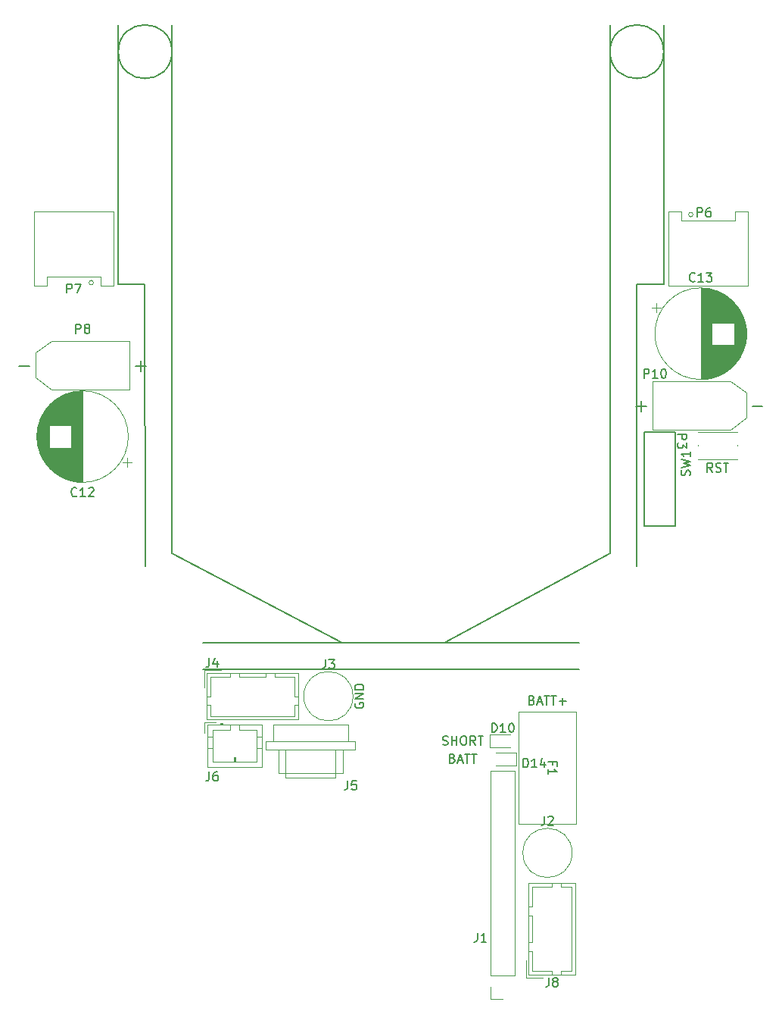
<source format=gbr>
G04 #@! TF.GenerationSoftware,KiCad,Pcbnew,(6.0.8)*
G04 #@! TF.CreationDate,2022-10-28T20:08:31+09:00*
G04 #@! TF.ProjectId,ORION_boost_v2,4f52494f-4e5f-4626-9f6f-73745f76322e,rev?*
G04 #@! TF.SameCoordinates,Original*
G04 #@! TF.FileFunction,Legend,Top*
G04 #@! TF.FilePolarity,Positive*
%FSLAX46Y46*%
G04 Gerber Fmt 4.6, Leading zero omitted, Abs format (unit mm)*
G04 Created by KiCad (PCBNEW (6.0.8)) date 2022-10-28 20:08:31*
%MOMM*%
%LPD*%
G01*
G04 APERTURE LIST*
%ADD10C,0.150000*%
%ADD11C,0.120000*%
%ADD12C,0.200000*%
G04 APERTURE END LIST*
D10*
X100500000Y-109000000D02*
X100500000Y-50000000D01*
X104000000Y-119000000D02*
X146000000Y-119000000D01*
X149500000Y-50000000D02*
X149500000Y-109000000D01*
X155500000Y-79000000D02*
X152500000Y-79000000D01*
X146000000Y-122000000D02*
X104000000Y-122000000D01*
X100500000Y-53000000D02*
G75*
G03*
X100500000Y-53000000I-3000000J0D01*
G01*
X155500000Y-53000000D02*
G75*
G03*
X155500000Y-53000000I-3000000J0D01*
G01*
X97460000Y-79000000D02*
X97500000Y-110500000D01*
X94460000Y-79000000D02*
X97460000Y-79000000D01*
X155500000Y-79000000D02*
X155500000Y-50000000D01*
X119500000Y-119000000D02*
X100500000Y-109000000D01*
X131000000Y-119000000D02*
X149500000Y-109000000D01*
X94500000Y-50000000D02*
X94460000Y-79000000D01*
X152500000Y-79000000D02*
X152500000Y-110500000D01*
X140761904Y-125428571D02*
X140904761Y-125476190D01*
X140952380Y-125523809D01*
X141000000Y-125619047D01*
X141000000Y-125761904D01*
X140952380Y-125857142D01*
X140904761Y-125904761D01*
X140809523Y-125952380D01*
X140428571Y-125952380D01*
X140428571Y-124952380D01*
X140761904Y-124952380D01*
X140857142Y-125000000D01*
X140904761Y-125047619D01*
X140952380Y-125142857D01*
X140952380Y-125238095D01*
X140904761Y-125333333D01*
X140857142Y-125380952D01*
X140761904Y-125428571D01*
X140428571Y-125428571D01*
X141380952Y-125666666D02*
X141857142Y-125666666D01*
X141285714Y-125952380D02*
X141619047Y-124952380D01*
X141952380Y-125952380D01*
X142142857Y-124952380D02*
X142714285Y-124952380D01*
X142428571Y-125952380D02*
X142428571Y-124952380D01*
X142904761Y-124952380D02*
X143476190Y-124952380D01*
X143190476Y-125952380D02*
X143190476Y-124952380D01*
X143809523Y-125571428D02*
X144571428Y-125571428D01*
X144190476Y-125952380D02*
X144190476Y-125190476D01*
X160952380Y-99952380D02*
X160619047Y-99476190D01*
X160380952Y-99952380D02*
X160380952Y-98952380D01*
X160761904Y-98952380D01*
X160857142Y-99000000D01*
X160904761Y-99047619D01*
X160952380Y-99142857D01*
X160952380Y-99285714D01*
X160904761Y-99380952D01*
X160857142Y-99428571D01*
X160761904Y-99476190D01*
X160380952Y-99476190D01*
X161333333Y-99904761D02*
X161476190Y-99952380D01*
X161714285Y-99952380D01*
X161809523Y-99904761D01*
X161857142Y-99857142D01*
X161904761Y-99761904D01*
X161904761Y-99666666D01*
X161857142Y-99571428D01*
X161809523Y-99523809D01*
X161714285Y-99476190D01*
X161523809Y-99428571D01*
X161428571Y-99380952D01*
X161380952Y-99333333D01*
X161333333Y-99238095D01*
X161333333Y-99142857D01*
X161380952Y-99047619D01*
X161428571Y-99000000D01*
X161523809Y-98952380D01*
X161761904Y-98952380D01*
X161904761Y-99000000D01*
X162190476Y-98952380D02*
X162761904Y-98952380D01*
X162476190Y-99952380D02*
X162476190Y-98952380D01*
X131880952Y-131928571D02*
X132023809Y-131976190D01*
X132071428Y-132023809D01*
X132119047Y-132119047D01*
X132119047Y-132261904D01*
X132071428Y-132357142D01*
X132023809Y-132404761D01*
X131928571Y-132452380D01*
X131547619Y-132452380D01*
X131547619Y-131452380D01*
X131880952Y-131452380D01*
X131976190Y-131500000D01*
X132023809Y-131547619D01*
X132071428Y-131642857D01*
X132071428Y-131738095D01*
X132023809Y-131833333D01*
X131976190Y-131880952D01*
X131880952Y-131928571D01*
X131547619Y-131928571D01*
X132500000Y-132166666D02*
X132976190Y-132166666D01*
X132404761Y-132452380D02*
X132738095Y-131452380D01*
X133071428Y-132452380D01*
X133261904Y-131452380D02*
X133833333Y-131452380D01*
X133547619Y-132452380D02*
X133547619Y-131452380D01*
X134023809Y-131452380D02*
X134595238Y-131452380D01*
X134309523Y-132452380D02*
X134309523Y-131452380D01*
X130785714Y-130404761D02*
X130928571Y-130452380D01*
X131166666Y-130452380D01*
X131261904Y-130404761D01*
X131309523Y-130357142D01*
X131357142Y-130261904D01*
X131357142Y-130166666D01*
X131309523Y-130071428D01*
X131261904Y-130023809D01*
X131166666Y-129976190D01*
X130976190Y-129928571D01*
X130880952Y-129880952D01*
X130833333Y-129833333D01*
X130785714Y-129738095D01*
X130785714Y-129642857D01*
X130833333Y-129547619D01*
X130880952Y-129500000D01*
X130976190Y-129452380D01*
X131214285Y-129452380D01*
X131357142Y-129500000D01*
X131785714Y-130452380D02*
X131785714Y-129452380D01*
X131785714Y-129928571D02*
X132357142Y-129928571D01*
X132357142Y-130452380D02*
X132357142Y-129452380D01*
X133023809Y-129452380D02*
X133214285Y-129452380D01*
X133309523Y-129500000D01*
X133404761Y-129595238D01*
X133452380Y-129785714D01*
X133452380Y-130119047D01*
X133404761Y-130309523D01*
X133309523Y-130404761D01*
X133214285Y-130452380D01*
X133023809Y-130452380D01*
X132928571Y-130404761D01*
X132833333Y-130309523D01*
X132785714Y-130119047D01*
X132785714Y-129785714D01*
X132833333Y-129595238D01*
X132928571Y-129500000D01*
X133023809Y-129452380D01*
X134452380Y-130452380D02*
X134119047Y-129976190D01*
X133880952Y-130452380D02*
X133880952Y-129452380D01*
X134261904Y-129452380D01*
X134357142Y-129500000D01*
X134404761Y-129547619D01*
X134452380Y-129642857D01*
X134452380Y-129785714D01*
X134404761Y-129880952D01*
X134357142Y-129928571D01*
X134261904Y-129976190D01*
X133880952Y-129976190D01*
X134738095Y-129452380D02*
X135309523Y-129452380D01*
X135023809Y-130452380D02*
X135023809Y-129452380D01*
X121000000Y-125761904D02*
X120952380Y-125857142D01*
X120952380Y-126000000D01*
X121000000Y-126142857D01*
X121095238Y-126238095D01*
X121190476Y-126285714D01*
X121380952Y-126333333D01*
X121523809Y-126333333D01*
X121714285Y-126285714D01*
X121809523Y-126238095D01*
X121904761Y-126142857D01*
X121952380Y-126000000D01*
X121952380Y-125904761D01*
X121904761Y-125761904D01*
X121857142Y-125714285D01*
X121523809Y-125714285D01*
X121523809Y-125904761D01*
X121952380Y-125285714D02*
X120952380Y-125285714D01*
X121952380Y-124714285D01*
X120952380Y-124714285D01*
X121952380Y-124238095D02*
X120952380Y-124238095D01*
X120952380Y-124000000D01*
X121000000Y-123857142D01*
X121095238Y-123761904D01*
X121190476Y-123714285D01*
X121380952Y-123666666D01*
X121523809Y-123666666D01*
X121714285Y-123714285D01*
X121809523Y-123761904D01*
X121904761Y-123857142D01*
X121952380Y-124000000D01*
X121952380Y-124238095D01*
X159261904Y-71452380D02*
X159261904Y-70452380D01*
X159642857Y-70452380D01*
X159738095Y-70500000D01*
X159785714Y-70547619D01*
X159833333Y-70642857D01*
X159833333Y-70785714D01*
X159785714Y-70880952D01*
X159738095Y-70928571D01*
X159642857Y-70976190D01*
X159261904Y-70976190D01*
X160690476Y-70452380D02*
X160500000Y-70452380D01*
X160404761Y-70500000D01*
X160357142Y-70547619D01*
X160261904Y-70690476D01*
X160214285Y-70880952D01*
X160214285Y-71261904D01*
X160261904Y-71357142D01*
X160309523Y-71404761D01*
X160404761Y-71452380D01*
X160595238Y-71452380D01*
X160690476Y-71404761D01*
X160738095Y-71357142D01*
X160785714Y-71261904D01*
X160785714Y-71023809D01*
X160738095Y-70928571D01*
X160690476Y-70880952D01*
X160595238Y-70833333D01*
X160404761Y-70833333D01*
X160309523Y-70880952D01*
X160261904Y-70928571D01*
X160214285Y-71023809D01*
X89761904Y-84452380D02*
X89761904Y-83452380D01*
X90142857Y-83452380D01*
X90238095Y-83500000D01*
X90285714Y-83547619D01*
X90333333Y-83642857D01*
X90333333Y-83785714D01*
X90285714Y-83880952D01*
X90238095Y-83928571D01*
X90142857Y-83976190D01*
X89761904Y-83976190D01*
X90904761Y-83880952D02*
X90809523Y-83833333D01*
X90761904Y-83785714D01*
X90714285Y-83690476D01*
X90714285Y-83642857D01*
X90761904Y-83547619D01*
X90809523Y-83500000D01*
X90904761Y-83452380D01*
X91095238Y-83452380D01*
X91190476Y-83500000D01*
X91238095Y-83547619D01*
X91285714Y-83642857D01*
X91285714Y-83690476D01*
X91238095Y-83785714D01*
X91190476Y-83833333D01*
X91095238Y-83880952D01*
X90904761Y-83880952D01*
X90809523Y-83928571D01*
X90761904Y-83976190D01*
X90714285Y-84071428D01*
X90714285Y-84261904D01*
X90761904Y-84357142D01*
X90809523Y-84404761D01*
X90904761Y-84452380D01*
X91095238Y-84452380D01*
X91190476Y-84404761D01*
X91238095Y-84357142D01*
X91285714Y-84261904D01*
X91285714Y-84071428D01*
X91238095Y-83976190D01*
X91190476Y-83928571D01*
X91095238Y-83880952D01*
X96428571Y-88107142D02*
X97571428Y-88107142D01*
X97000000Y-88678571D02*
X97000000Y-87535714D01*
X83428571Y-88107142D02*
X84571428Y-88107142D01*
X104666666Y-120752380D02*
X104666666Y-121466666D01*
X104619047Y-121609523D01*
X104523809Y-121704761D01*
X104380952Y-121752380D01*
X104285714Y-121752380D01*
X105571428Y-121085714D02*
X105571428Y-121752380D01*
X105333333Y-120704761D02*
X105095238Y-121419047D01*
X105714285Y-121419047D01*
X142666666Y-156452380D02*
X142666666Y-157166666D01*
X142619047Y-157309523D01*
X142523809Y-157404761D01*
X142380952Y-157452380D01*
X142285714Y-157452380D01*
X143285714Y-156880952D02*
X143190476Y-156833333D01*
X143142857Y-156785714D01*
X143095238Y-156690476D01*
X143095238Y-156642857D01*
X143142857Y-156547619D01*
X143190476Y-156500000D01*
X143285714Y-156452380D01*
X143476190Y-156452380D01*
X143571428Y-156500000D01*
X143619047Y-156547619D01*
X143666666Y-156642857D01*
X143666666Y-156690476D01*
X143619047Y-156785714D01*
X143571428Y-156833333D01*
X143476190Y-156880952D01*
X143285714Y-156880952D01*
X143190476Y-156928571D01*
X143142857Y-156976190D01*
X143095238Y-157071428D01*
X143095238Y-157261904D01*
X143142857Y-157357142D01*
X143190476Y-157404761D01*
X143285714Y-157452380D01*
X143476190Y-157452380D01*
X143571428Y-157404761D01*
X143619047Y-157357142D01*
X143666666Y-157261904D01*
X143666666Y-157071428D01*
X143619047Y-156976190D01*
X143571428Y-156928571D01*
X143476190Y-156880952D01*
X134666666Y-151452380D02*
X134666666Y-152166666D01*
X134619047Y-152309523D01*
X134523809Y-152404761D01*
X134380952Y-152452380D01*
X134285714Y-152452380D01*
X135666666Y-152452380D02*
X135095238Y-152452380D01*
X135380952Y-152452380D02*
X135380952Y-151452380D01*
X135285714Y-151595238D01*
X135190476Y-151690476D01*
X135095238Y-151738095D01*
X142166666Y-138404380D02*
X142166666Y-139118666D01*
X142119047Y-139261523D01*
X142023809Y-139356761D01*
X141880952Y-139404380D01*
X141785714Y-139404380D01*
X142595238Y-138499619D02*
X142642857Y-138452000D01*
X142738095Y-138404380D01*
X142976190Y-138404380D01*
X143071428Y-138452000D01*
X143119047Y-138499619D01*
X143166666Y-138594857D01*
X143166666Y-138690095D01*
X143119047Y-138832952D01*
X142547619Y-139404380D01*
X143166666Y-139404380D01*
X139785714Y-132952380D02*
X139785714Y-131952380D01*
X140023809Y-131952380D01*
X140166666Y-132000000D01*
X140261904Y-132095238D01*
X140309523Y-132190476D01*
X140357142Y-132380952D01*
X140357142Y-132523809D01*
X140309523Y-132714285D01*
X140261904Y-132809523D01*
X140166666Y-132904761D01*
X140023809Y-132952380D01*
X139785714Y-132952380D01*
X141309523Y-132952380D02*
X140738095Y-132952380D01*
X141023809Y-132952380D02*
X141023809Y-131952380D01*
X140928571Y-132095238D01*
X140833333Y-132190476D01*
X140738095Y-132238095D01*
X142166666Y-132285714D02*
X142166666Y-132952380D01*
X141928571Y-131904761D02*
X141690476Y-132619047D01*
X142309523Y-132619047D01*
X153285714Y-89452380D02*
X153285714Y-88452380D01*
X153666666Y-88452380D01*
X153761904Y-88500000D01*
X153809523Y-88547619D01*
X153857142Y-88642857D01*
X153857142Y-88785714D01*
X153809523Y-88880952D01*
X153761904Y-88928571D01*
X153666666Y-88976190D01*
X153285714Y-88976190D01*
X154809523Y-89452380D02*
X154238095Y-89452380D01*
X154523809Y-89452380D02*
X154523809Y-88452380D01*
X154428571Y-88595238D01*
X154333333Y-88690476D01*
X154238095Y-88738095D01*
X155428571Y-88452380D02*
X155523809Y-88452380D01*
X155619047Y-88500000D01*
X155666666Y-88547619D01*
X155714285Y-88642857D01*
X155761904Y-88833333D01*
X155761904Y-89071428D01*
X155714285Y-89261904D01*
X155666666Y-89357142D01*
X155619047Y-89404761D01*
X155523809Y-89452380D01*
X155428571Y-89452380D01*
X155333333Y-89404761D01*
X155285714Y-89357142D01*
X155238095Y-89261904D01*
X155190476Y-89071428D01*
X155190476Y-88833333D01*
X155238095Y-88642857D01*
X155285714Y-88547619D01*
X155333333Y-88500000D01*
X155428571Y-88452380D01*
X165428571Y-92607142D02*
X166571428Y-92607142D01*
X152428571Y-92607142D02*
X153571428Y-92607142D01*
X153000000Y-93178571D02*
X153000000Y-92035714D01*
X143071428Y-132666666D02*
X143071428Y-132333333D01*
X142547619Y-132333333D02*
X143547619Y-132333333D01*
X143547619Y-132809523D01*
X142547619Y-133714285D02*
X142547619Y-133142857D01*
X142547619Y-133428571D02*
X143547619Y-133428571D01*
X143404761Y-133333333D01*
X143309523Y-133238095D01*
X143261904Y-133142857D01*
X136285714Y-129022380D02*
X136285714Y-128022380D01*
X136523809Y-128022380D01*
X136666666Y-128070000D01*
X136761904Y-128165238D01*
X136809523Y-128260476D01*
X136857142Y-128450952D01*
X136857142Y-128593809D01*
X136809523Y-128784285D01*
X136761904Y-128879523D01*
X136666666Y-128974761D01*
X136523809Y-129022380D01*
X136285714Y-129022380D01*
X137809523Y-129022380D02*
X137238095Y-129022380D01*
X137523809Y-129022380D02*
X137523809Y-128022380D01*
X137428571Y-128165238D01*
X137333333Y-128260476D01*
X137238095Y-128308095D01*
X138428571Y-128022380D02*
X138523809Y-128022380D01*
X138619047Y-128070000D01*
X138666666Y-128117619D01*
X138714285Y-128212857D01*
X138761904Y-128403333D01*
X138761904Y-128641428D01*
X138714285Y-128831904D01*
X138666666Y-128927142D01*
X138619047Y-128974761D01*
X138523809Y-129022380D01*
X138428571Y-129022380D01*
X138333333Y-128974761D01*
X138285714Y-128927142D01*
X138238095Y-128831904D01*
X138190476Y-128641428D01*
X138190476Y-128403333D01*
X138238095Y-128212857D01*
X138285714Y-128117619D01*
X138333333Y-128070000D01*
X138428571Y-128022380D01*
X117666666Y-120904380D02*
X117666666Y-121618666D01*
X117619047Y-121761523D01*
X117523809Y-121856761D01*
X117380952Y-121904380D01*
X117285714Y-121904380D01*
X118047619Y-120904380D02*
X118666666Y-120904380D01*
X118333333Y-121285333D01*
X118476190Y-121285333D01*
X118571428Y-121332952D01*
X118619047Y-121380571D01*
X118666666Y-121475809D01*
X118666666Y-121713904D01*
X118619047Y-121809142D01*
X118571428Y-121856761D01*
X118476190Y-121904380D01*
X118190476Y-121904380D01*
X118095238Y-121856761D01*
X118047619Y-121809142D01*
X158989465Y-78607142D02*
X158941846Y-78654761D01*
X158798989Y-78702380D01*
X158703751Y-78702380D01*
X158560894Y-78654761D01*
X158465656Y-78559523D01*
X158418037Y-78464285D01*
X158370418Y-78273809D01*
X158370418Y-78130952D01*
X158418037Y-77940476D01*
X158465656Y-77845238D01*
X158560894Y-77750000D01*
X158703751Y-77702380D01*
X158798989Y-77702380D01*
X158941846Y-77750000D01*
X158989465Y-77797619D01*
X159941846Y-78702380D02*
X159370418Y-78702380D01*
X159656132Y-78702380D02*
X159656132Y-77702380D01*
X159560894Y-77845238D01*
X159465656Y-77940476D01*
X159370418Y-77988095D01*
X160275180Y-77702380D02*
X160894227Y-77702380D01*
X160560894Y-78083333D01*
X160703751Y-78083333D01*
X160798989Y-78130952D01*
X160846608Y-78178571D01*
X160894227Y-78273809D01*
X160894227Y-78511904D01*
X160846608Y-78607142D01*
X160798989Y-78654761D01*
X160703751Y-78702380D01*
X160418037Y-78702380D01*
X160322799Y-78654761D01*
X160275180Y-78607142D01*
X88761904Y-79952380D02*
X88761904Y-78952380D01*
X89142857Y-78952380D01*
X89238095Y-79000000D01*
X89285714Y-79047619D01*
X89333333Y-79142857D01*
X89333333Y-79285714D01*
X89285714Y-79380952D01*
X89238095Y-79428571D01*
X89142857Y-79476190D01*
X88761904Y-79476190D01*
X89666666Y-78952380D02*
X90333333Y-78952380D01*
X89904761Y-79952380D01*
X89857142Y-102607142D02*
X89809523Y-102654761D01*
X89666666Y-102702380D01*
X89571428Y-102702380D01*
X89428571Y-102654761D01*
X89333333Y-102559523D01*
X89285714Y-102464285D01*
X89238095Y-102273809D01*
X89238095Y-102130952D01*
X89285714Y-101940476D01*
X89333333Y-101845238D01*
X89428571Y-101750000D01*
X89571428Y-101702380D01*
X89666666Y-101702380D01*
X89809523Y-101750000D01*
X89857142Y-101797619D01*
X90809523Y-102702380D02*
X90238095Y-102702380D01*
X90523809Y-102702380D02*
X90523809Y-101702380D01*
X90428571Y-101845238D01*
X90333333Y-101940476D01*
X90238095Y-101988095D01*
X91190476Y-101797619D02*
X91238095Y-101750000D01*
X91333333Y-101702380D01*
X91571428Y-101702380D01*
X91666666Y-101750000D01*
X91714285Y-101797619D01*
X91761904Y-101892857D01*
X91761904Y-101988095D01*
X91714285Y-102130952D01*
X91142857Y-102702380D01*
X91761904Y-102702380D01*
X157047619Y-95761904D02*
X158047619Y-95761904D01*
X158047619Y-96142857D01*
X158000000Y-96238095D01*
X157952380Y-96285714D01*
X157857142Y-96333333D01*
X157714285Y-96333333D01*
X157619047Y-96285714D01*
X157571428Y-96238095D01*
X157523809Y-96142857D01*
X157523809Y-95761904D01*
X158047619Y-96666666D02*
X158047619Y-97285714D01*
X157666666Y-96952380D01*
X157666666Y-97095238D01*
X157619047Y-97190476D01*
X157571428Y-97238095D01*
X157476190Y-97285714D01*
X157238095Y-97285714D01*
X157142857Y-97238095D01*
X157095238Y-97190476D01*
X157047619Y-97095238D01*
X157047619Y-96809523D01*
X157095238Y-96714285D01*
X157142857Y-96666666D01*
X120166666Y-134452380D02*
X120166666Y-135166666D01*
X120119047Y-135309523D01*
X120023809Y-135404761D01*
X119880952Y-135452380D01*
X119785714Y-135452380D01*
X121119047Y-134452380D02*
X120642857Y-134452380D01*
X120595238Y-134928571D01*
X120642857Y-134880952D01*
X120738095Y-134833333D01*
X120976190Y-134833333D01*
X121071428Y-134880952D01*
X121119047Y-134928571D01*
X121166666Y-135023809D01*
X121166666Y-135261904D01*
X121119047Y-135357142D01*
X121071428Y-135404761D01*
X120976190Y-135452380D01*
X120738095Y-135452380D01*
X120642857Y-135404761D01*
X120595238Y-135357142D01*
X104666666Y-133452380D02*
X104666666Y-134166666D01*
X104619047Y-134309523D01*
X104523809Y-134404761D01*
X104380952Y-134452380D01*
X104285714Y-134452380D01*
X105571428Y-133452380D02*
X105380952Y-133452380D01*
X105285714Y-133500000D01*
X105238095Y-133547619D01*
X105142857Y-133690476D01*
X105095238Y-133880952D01*
X105095238Y-134261904D01*
X105142857Y-134357142D01*
X105190476Y-134404761D01*
X105285714Y-134452380D01*
X105476190Y-134452380D01*
X105571428Y-134404761D01*
X105619047Y-134357142D01*
X105666666Y-134261904D01*
X105666666Y-134023809D01*
X105619047Y-133928571D01*
X105571428Y-133880952D01*
X105476190Y-133833333D01*
X105285714Y-133833333D01*
X105190476Y-133880952D01*
X105142857Y-133928571D01*
X105095238Y-134023809D01*
X158404761Y-100333333D02*
X158452380Y-100190476D01*
X158452380Y-99952380D01*
X158404761Y-99857142D01*
X158357142Y-99809523D01*
X158261904Y-99761904D01*
X158166666Y-99761904D01*
X158071428Y-99809523D01*
X158023809Y-99857142D01*
X157976190Y-99952380D01*
X157928571Y-100142857D01*
X157880952Y-100238095D01*
X157833333Y-100285714D01*
X157738095Y-100333333D01*
X157642857Y-100333333D01*
X157547619Y-100285714D01*
X157500000Y-100238095D01*
X157452380Y-100142857D01*
X157452380Y-99904761D01*
X157500000Y-99761904D01*
X157452380Y-99428571D02*
X158452380Y-99190476D01*
X157738095Y-99000000D01*
X158452380Y-98809523D01*
X157452380Y-98571428D01*
X158452380Y-97666666D02*
X158452380Y-98238095D01*
X158452380Y-97952380D02*
X157452380Y-97952380D01*
X157595238Y-98047619D01*
X157690476Y-98142857D01*
X157738095Y-98238095D01*
D11*
X156060000Y-70890000D02*
X157480000Y-70890000D01*
X160500000Y-79110000D02*
X164940000Y-79110000D01*
X163520000Y-71840000D02*
X160500000Y-71840000D01*
X163520000Y-70890000D02*
X163520000Y-71840000D01*
X157480000Y-71840000D02*
X160500000Y-71840000D01*
X157480000Y-70890000D02*
X157480000Y-71840000D01*
X164940000Y-79110000D02*
X164940000Y-70890000D01*
X156060000Y-79110000D02*
X156060000Y-70890000D01*
X160500000Y-79110000D02*
X156060000Y-79110000D01*
X164940000Y-70890000D02*
X163520000Y-70890000D01*
X158770000Y-71200000D02*
G75*
G03*
X158770000Y-71200000I-250000J0D01*
G01*
X95710000Y-85290000D02*
X95710000Y-90710000D01*
X85290000Y-86590000D02*
X86990000Y-85290000D01*
X86990000Y-85290000D02*
X95710000Y-85290000D01*
X85290000Y-86590000D02*
X85290000Y-89410000D01*
X86990000Y-90710000D02*
X95710000Y-90710000D01*
X85290000Y-89410000D02*
X86990000Y-90710000D01*
X104400000Y-122400000D02*
X104400000Y-127600000D01*
X104800000Y-125000000D02*
X104800000Y-122800000D01*
X104400000Y-125000000D02*
X104800000Y-125000000D01*
X107000000Y-122800000D02*
X107000000Y-122400000D01*
X111000000Y-122800000D02*
X111000000Y-122400000D01*
X114600000Y-125000000D02*
X114200000Y-125000000D01*
X104400000Y-126000000D02*
X104800000Y-126000000D01*
X104800000Y-122800000D02*
X107000000Y-122800000D01*
X108000000Y-122400000D02*
X108000000Y-122800000D01*
X104090000Y-124000000D02*
X104090000Y-122090000D01*
X114600000Y-122400000D02*
X104400000Y-122400000D01*
X104090000Y-122090000D02*
X106000000Y-122090000D01*
X114200000Y-122800000D02*
X112000000Y-122800000D01*
X114200000Y-126000000D02*
X114600000Y-126000000D01*
X114600000Y-127600000D02*
X114600000Y-122400000D01*
X114200000Y-127200000D02*
X114200000Y-126000000D01*
X108000000Y-122800000D02*
X111000000Y-122800000D01*
X104800000Y-126000000D02*
X104800000Y-127200000D01*
X104800000Y-127200000D02*
X114200000Y-127200000D01*
X114200000Y-125000000D02*
X114200000Y-122800000D01*
X112000000Y-122800000D02*
X112000000Y-122400000D01*
X104400000Y-127600000D02*
X114600000Y-127600000D01*
X144000000Y-146300000D02*
X144000000Y-145900000D01*
X140400000Y-156100000D02*
X145600000Y-156100000D01*
X140090000Y-156410000D02*
X140090000Y-154500000D01*
X143000000Y-145900000D02*
X143000000Y-146300000D01*
X140800000Y-155700000D02*
X140800000Y-153500000D01*
X145200000Y-146300000D02*
X144000000Y-146300000D01*
X140800000Y-149500000D02*
X140400000Y-149500000D01*
X140400000Y-145900000D02*
X140400000Y-156100000D01*
X145200000Y-155700000D02*
X145200000Y-146300000D01*
X143000000Y-155700000D02*
X140800000Y-155700000D01*
X142000000Y-156410000D02*
X140090000Y-156410000D01*
X140400000Y-152500000D02*
X140800000Y-152500000D01*
X145600000Y-156100000D02*
X145600000Y-145900000D01*
X140800000Y-153500000D02*
X140400000Y-153500000D01*
X144000000Y-155700000D02*
X145200000Y-155700000D01*
X140800000Y-148500000D02*
X140400000Y-148500000D01*
X145600000Y-145900000D02*
X140400000Y-145900000D01*
X140800000Y-152500000D02*
X140800000Y-149500000D01*
X143000000Y-146300000D02*
X140800000Y-146300000D01*
X144000000Y-156100000D02*
X144000000Y-155700000D01*
X143000000Y-156100000D02*
X143000000Y-155700000D01*
X140800000Y-146300000D02*
X140800000Y-148500000D01*
X136170000Y-158830000D02*
X136170000Y-157500000D01*
X138830000Y-156230000D02*
X136170000Y-156230000D01*
X138830000Y-156230000D02*
X138830000Y-133310000D01*
X138830000Y-133310000D02*
X136170000Y-133310000D01*
X137500000Y-158830000D02*
X136170000Y-158830000D01*
X136170000Y-156230000D02*
X136170000Y-133310000D01*
X145250000Y-142500000D02*
G75*
G03*
X145250000Y-142500000I-2750000J0D01*
G01*
X138985000Y-132735000D02*
X138985000Y-131265000D01*
X136700000Y-132735000D02*
X138985000Y-132735000D01*
X138985000Y-131265000D02*
X136700000Y-131265000D01*
X164710000Y-91090000D02*
X163010000Y-89790000D01*
X163010000Y-95210000D02*
X154290000Y-95210000D01*
X163010000Y-89790000D02*
X154290000Y-89790000D01*
X164710000Y-93910000D02*
X163010000Y-95210000D01*
X164710000Y-93910000D02*
X164710000Y-91090000D01*
X154290000Y-95210000D02*
X154290000Y-89790000D01*
X145700000Y-126700000D02*
X139300000Y-126700000D01*
X139300000Y-126700000D02*
X139300000Y-139300000D01*
X139300000Y-139300000D02*
X145700000Y-139300000D01*
X145700000Y-139300000D02*
X145700000Y-126700000D01*
X138300000Y-129265000D02*
X136015000Y-129265000D01*
X136015000Y-130735000D02*
X138300000Y-130735000D01*
X136015000Y-129265000D02*
X136015000Y-130735000D01*
X120750000Y-125000000D02*
G75*
G03*
X120750000Y-125000000I-2750000J0D01*
G01*
X162073323Y-80038000D02*
X162073323Y-83259000D01*
X162993323Y-80676000D02*
X162993323Y-83259000D01*
X163153323Y-85741000D02*
X163153323Y-88179000D01*
X160032323Y-79435000D02*
X160032323Y-89565000D01*
X160633323Y-79518000D02*
X160633323Y-89482000D01*
X163153323Y-80821000D02*
X163153323Y-83259000D01*
X161233323Y-79676000D02*
X161233323Y-83259000D01*
X160192323Y-79450000D02*
X160192323Y-89550000D01*
X162273323Y-80153000D02*
X162273323Y-83259000D01*
X164513323Y-82990000D02*
X164513323Y-86010000D01*
X163633323Y-81344000D02*
X163633323Y-87656000D01*
X162513323Y-85741000D02*
X162513323Y-88694000D01*
X163793323Y-81555000D02*
X163793323Y-87445000D01*
X163393323Y-81064000D02*
X163393323Y-87936000D01*
X161353323Y-85741000D02*
X161353323Y-89283000D01*
X161753323Y-85741000D02*
X161753323Y-89121000D01*
X159832323Y-79423000D02*
X159832323Y-89577000D01*
X161793323Y-79897000D02*
X161793323Y-83259000D01*
X163673323Y-81394000D02*
X163673323Y-87606000D01*
X161993323Y-79996000D02*
X161993323Y-83259000D01*
X162393323Y-85741000D02*
X162393323Y-88773000D01*
X164593323Y-83270000D02*
X164593323Y-85730000D01*
X162833323Y-85741000D02*
X162833323Y-88457000D01*
X162193323Y-80105000D02*
X162193323Y-83259000D01*
X161833323Y-85741000D02*
X161833323Y-89084000D01*
X164673323Y-83638000D02*
X164673323Y-85362000D01*
X162753323Y-85741000D02*
X162753323Y-88520000D01*
X160553323Y-79503000D02*
X160553323Y-89497000D01*
X160793323Y-79553000D02*
X160793323Y-89447000D01*
X164713323Y-83901000D02*
X164713323Y-85099000D01*
X162593323Y-85741000D02*
X162593323Y-88638000D01*
X162033323Y-85741000D02*
X162033323Y-88983000D01*
X160473323Y-79489000D02*
X160473323Y-89511000D01*
X163593323Y-81294000D02*
X163593323Y-87706000D01*
X162473323Y-85741000D02*
X162473323Y-88721000D01*
X161593323Y-79810000D02*
X161593323Y-83259000D01*
X161673323Y-85741000D02*
X161673323Y-89157000D01*
X160593323Y-79510000D02*
X160593323Y-89490000D01*
X162113323Y-85741000D02*
X162113323Y-88940000D01*
X163033323Y-80711000D02*
X163033323Y-83259000D01*
X162113323Y-80060000D02*
X162113323Y-83259000D01*
X162713323Y-85741000D02*
X162713323Y-88550000D01*
X163233323Y-85741000D02*
X163233323Y-88101000D01*
X160112323Y-79442000D02*
X160112323Y-89558000D01*
X164633323Y-83438000D02*
X164633323Y-85562000D01*
X161913323Y-79955000D02*
X161913323Y-83259000D01*
X161433323Y-85741000D02*
X161433323Y-89254000D01*
X161713323Y-85741000D02*
X161713323Y-89139000D01*
X160953323Y-85741000D02*
X160953323Y-89407000D01*
X161473323Y-85741000D02*
X161473323Y-89238000D01*
X164153323Y-82135000D02*
X164153323Y-86865000D01*
X161313323Y-85741000D02*
X161313323Y-89297000D01*
X161553323Y-79793000D02*
X161553323Y-83259000D01*
X161513323Y-79777000D02*
X161513323Y-83259000D01*
X162033323Y-80017000D02*
X162033323Y-83259000D01*
X163473323Y-81153000D02*
X163473323Y-87847000D01*
X159912323Y-79427000D02*
X159912323Y-89573000D01*
X160913323Y-79582000D02*
X160913323Y-83259000D01*
X161393323Y-79732000D02*
X161393323Y-83259000D01*
X162393323Y-80227000D02*
X162393323Y-83259000D01*
X161473323Y-79762000D02*
X161473323Y-83259000D01*
X162913323Y-80608000D02*
X162913323Y-83259000D01*
X160673323Y-79526000D02*
X160673323Y-89474000D01*
X161673323Y-79843000D02*
X161673323Y-83259000D01*
X163193323Y-80860000D02*
X163193323Y-83259000D01*
X161993323Y-85741000D02*
X161993323Y-89004000D01*
X160312323Y-79465000D02*
X160312323Y-89535000D01*
X160072323Y-79438000D02*
X160072323Y-89562000D01*
X161913323Y-85741000D02*
X161913323Y-89045000D01*
X161953323Y-85741000D02*
X161953323Y-89025000D01*
X163033323Y-85741000D02*
X163033323Y-88289000D01*
X162153323Y-80083000D02*
X162153323Y-83259000D01*
X159872323Y-79425000D02*
X159872323Y-89575000D01*
X161033323Y-79615000D02*
X161033323Y-83259000D01*
X162593323Y-80362000D02*
X162593323Y-83259000D01*
X164353323Y-82556000D02*
X164353323Y-86444000D01*
X159672323Y-79420000D02*
X159672323Y-89580000D01*
X162793323Y-85741000D02*
X162793323Y-88489000D01*
X160232323Y-79455000D02*
X160232323Y-89545000D01*
X162833323Y-80543000D02*
X162833323Y-83259000D01*
X161873323Y-79936000D02*
X161873323Y-83259000D01*
X163113323Y-80784000D02*
X163113323Y-83259000D01*
X164233323Y-82291000D02*
X164233323Y-86709000D01*
X162433323Y-80253000D02*
X162433323Y-83259000D01*
X161713323Y-79861000D02*
X161713323Y-83259000D01*
X161633323Y-79826000D02*
X161633323Y-83259000D01*
X161513323Y-85741000D02*
X161513323Y-89223000D01*
X161433323Y-79746000D02*
X161433323Y-83259000D01*
X164193323Y-82211000D02*
X164193323Y-86789000D01*
X162473323Y-80279000D02*
X162473323Y-83259000D01*
X162553323Y-80334000D02*
X162553323Y-83259000D01*
X162193323Y-85741000D02*
X162193323Y-88895000D01*
X163073323Y-85741000D02*
X163073323Y-88253000D01*
X162633323Y-80390000D02*
X162633323Y-83259000D01*
X163873323Y-81670000D02*
X163873323Y-87330000D01*
X163833323Y-81611000D02*
X163833323Y-87389000D01*
X161593323Y-85741000D02*
X161593323Y-89190000D01*
X163993323Y-81855000D02*
X163993323Y-87145000D01*
X160713323Y-79535000D02*
X160713323Y-89465000D01*
X161073323Y-85741000D02*
X161073323Y-89374000D01*
X154152677Y-81625000D02*
X155152677Y-81625000D01*
X161153323Y-79650000D02*
X161153323Y-83259000D01*
X159752323Y-79421000D02*
X159752323Y-89579000D01*
X163513323Y-81199000D02*
X163513323Y-87801000D01*
X162873323Y-85741000D02*
X162873323Y-88425000D01*
X163313323Y-85741000D02*
X163313323Y-88020000D01*
X160913323Y-85741000D02*
X160913323Y-89418000D01*
X163953323Y-81791000D02*
X163953323Y-87209000D01*
X160433323Y-79482000D02*
X160433323Y-89518000D01*
X161793323Y-85741000D02*
X161793323Y-89103000D01*
X161273323Y-79689000D02*
X161273323Y-83259000D01*
X162553323Y-85741000D02*
X162553323Y-88666000D01*
X164113323Y-82061000D02*
X164113323Y-86939000D01*
X163113323Y-85741000D02*
X163113323Y-88216000D01*
X162913323Y-85741000D02*
X162913323Y-88392000D01*
X163433323Y-81108000D02*
X163433323Y-87892000D01*
X163753323Y-81500000D02*
X163753323Y-87500000D01*
X160152323Y-79446000D02*
X160152323Y-89554000D01*
X163913323Y-81730000D02*
X163913323Y-87270000D01*
X162273323Y-85741000D02*
X162273323Y-88847000D01*
X164433323Y-82758000D02*
X164433323Y-86242000D01*
X162433323Y-85741000D02*
X162433323Y-88747000D01*
X162233323Y-80129000D02*
X162233323Y-83259000D01*
X161953323Y-79975000D02*
X161953323Y-83259000D01*
X163193323Y-85741000D02*
X163193323Y-88140000D01*
X154652677Y-81125000D02*
X154652677Y-82125000D01*
X159792323Y-79422000D02*
X159792323Y-89578000D01*
X160953323Y-79593000D02*
X160953323Y-83259000D01*
X162633323Y-85741000D02*
X162633323Y-88610000D01*
X161113323Y-85741000D02*
X161113323Y-89362000D01*
X159712323Y-79420000D02*
X159712323Y-89580000D01*
X163273323Y-85741000D02*
X163273323Y-88061000D01*
X161633323Y-85741000D02*
X161633323Y-89174000D01*
X161313323Y-79703000D02*
X161313323Y-83259000D01*
X162313323Y-85741000D02*
X162313323Y-88823000D01*
X161873323Y-85741000D02*
X161873323Y-89064000D01*
X162673323Y-85741000D02*
X162673323Y-88580000D01*
X160753323Y-79544000D02*
X160753323Y-89456000D01*
X163273323Y-80939000D02*
X163273323Y-83259000D01*
X162753323Y-80480000D02*
X162753323Y-83259000D01*
X159632323Y-79420000D02*
X159632323Y-89580000D01*
X161753323Y-79879000D02*
X161753323Y-83259000D01*
X161153323Y-85741000D02*
X161153323Y-89350000D01*
X164393323Y-82654000D02*
X164393323Y-86346000D01*
X159952323Y-79430000D02*
X159952323Y-89570000D01*
X163553323Y-81246000D02*
X163553323Y-87754000D01*
X164553323Y-83122000D02*
X164553323Y-85878000D01*
X161193323Y-85741000D02*
X161193323Y-89337000D01*
X161553323Y-85741000D02*
X161553323Y-89207000D01*
X162673323Y-80420000D02*
X162673323Y-83259000D01*
X162513323Y-80306000D02*
X162513323Y-83259000D01*
X161033323Y-85741000D02*
X161033323Y-89385000D01*
X162353323Y-80202000D02*
X162353323Y-83259000D01*
X162153323Y-85741000D02*
X162153323Y-88917000D01*
X161833323Y-79916000D02*
X161833323Y-83259000D01*
X162073323Y-85741000D02*
X162073323Y-88962000D01*
X164313323Y-82463000D02*
X164313323Y-86537000D01*
X163073323Y-80747000D02*
X163073323Y-83259000D01*
X160833323Y-79562000D02*
X160833323Y-89438000D01*
X163713323Y-81446000D02*
X163713323Y-87554000D01*
X164473323Y-82870000D02*
X164473323Y-86130000D01*
X162873323Y-80575000D02*
X162873323Y-83259000D01*
X161353323Y-79717000D02*
X161353323Y-83259000D01*
X163313323Y-80980000D02*
X163313323Y-83259000D01*
X164073323Y-81990000D02*
X164073323Y-87010000D01*
X159992323Y-79432000D02*
X159992323Y-89568000D01*
X161393323Y-85741000D02*
X161393323Y-89268000D01*
X161233323Y-85741000D02*
X161233323Y-89324000D01*
X162353323Y-85741000D02*
X162353323Y-88798000D01*
X160993323Y-79603000D02*
X160993323Y-83259000D01*
X163233323Y-80899000D02*
X163233323Y-83259000D01*
X162793323Y-80511000D02*
X162793323Y-83259000D01*
X160873323Y-79572000D02*
X160873323Y-89428000D01*
X164273323Y-82375000D02*
X164273323Y-86625000D01*
X160513323Y-79496000D02*
X160513323Y-89504000D01*
X162953323Y-80642000D02*
X162953323Y-83259000D01*
X161273323Y-85741000D02*
X161273323Y-89311000D01*
X164033323Y-81921000D02*
X164033323Y-87079000D01*
X161193323Y-79663000D02*
X161193323Y-83259000D01*
X161113323Y-79638000D02*
X161113323Y-83259000D01*
X162993323Y-85741000D02*
X162993323Y-88324000D01*
X161073323Y-79626000D02*
X161073323Y-83259000D01*
X160393323Y-79476000D02*
X160393323Y-89524000D01*
X162713323Y-80450000D02*
X162713323Y-83259000D01*
X160272323Y-79460000D02*
X160272323Y-89540000D01*
X163353323Y-85741000D02*
X163353323Y-87978000D01*
X162953323Y-85741000D02*
X162953323Y-88358000D01*
X162233323Y-85741000D02*
X162233323Y-88871000D01*
X163353323Y-81022000D02*
X163353323Y-83259000D01*
X160353323Y-79470000D02*
X160353323Y-89530000D01*
X160993323Y-85741000D02*
X160993323Y-89397000D01*
X162313323Y-80177000D02*
X162313323Y-83259000D01*
X164752323Y-84500000D02*
G75*
G03*
X164752323Y-84500000I-5120000J0D01*
G01*
X92520000Y-78160000D02*
X89500000Y-78160000D01*
X93940000Y-70890000D02*
X93940000Y-79110000D01*
X89500000Y-70890000D02*
X85060000Y-70890000D01*
X89500000Y-70890000D02*
X93940000Y-70890000D01*
X86480000Y-79110000D02*
X86480000Y-78160000D01*
X86480000Y-78160000D02*
X89500000Y-78160000D01*
X85060000Y-70890000D02*
X85060000Y-79110000D01*
X85060000Y-79110000D02*
X86480000Y-79110000D01*
X93940000Y-79110000D02*
X92520000Y-79110000D01*
X92520000Y-79110000D02*
X92520000Y-78160000D01*
X91730000Y-78800000D02*
G75*
G03*
X91730000Y-78800000I-250000J0D01*
G01*
X88419000Y-100639000D02*
X88419000Y-97241000D01*
X87819000Y-100323000D02*
X87819000Y-97241000D01*
X90340000Y-101078000D02*
X90340000Y-90922000D01*
X87339000Y-99989000D02*
X87339000Y-97241000D01*
X85459000Y-96862000D02*
X85459000Y-95138000D01*
X88379000Y-100621000D02*
X88379000Y-97241000D01*
X86819000Y-99520000D02*
X86819000Y-97241000D01*
X87579000Y-100166000D02*
X87579000Y-97241000D01*
X88059000Y-94759000D02*
X88059000Y-91538000D01*
X89539000Y-100990000D02*
X89539000Y-91010000D01*
X89940000Y-101050000D02*
X89940000Y-90950000D01*
X89339000Y-100947000D02*
X89339000Y-91053000D01*
X87419000Y-94759000D02*
X87419000Y-91950000D01*
X88539000Y-100690000D02*
X88539000Y-97241000D01*
X87379000Y-100020000D02*
X87379000Y-97241000D01*
X87659000Y-94759000D02*
X87659000Y-91779000D01*
X85579000Y-97378000D02*
X85579000Y-94622000D01*
X85899000Y-98209000D02*
X85899000Y-93791000D01*
X87139000Y-99824000D02*
X87139000Y-97241000D01*
X95979646Y-98875000D02*
X94979646Y-98875000D01*
X86099000Y-98579000D02*
X86099000Y-93421000D01*
X86899000Y-99601000D02*
X86899000Y-97241000D01*
X87859000Y-94759000D02*
X87859000Y-91653000D01*
X89099000Y-94759000D02*
X89099000Y-91115000D01*
X89219000Y-94759000D02*
X89219000Y-91082000D01*
X88699000Y-94759000D02*
X88699000Y-91246000D01*
X87779000Y-100298000D02*
X87779000Y-97241000D01*
X86659000Y-99347000D02*
X86659000Y-92653000D01*
X87619000Y-94759000D02*
X87619000Y-91806000D01*
X87299000Y-94759000D02*
X87299000Y-92043000D01*
X88819000Y-100797000D02*
X88819000Y-97241000D01*
X87459000Y-100080000D02*
X87459000Y-97241000D01*
X86979000Y-99679000D02*
X86979000Y-97241000D01*
X88579000Y-94759000D02*
X88579000Y-91293000D01*
X87979000Y-94759000D02*
X87979000Y-91583000D01*
X89459000Y-100974000D02*
X89459000Y-91026000D01*
X88139000Y-94759000D02*
X88139000Y-91496000D01*
X88259000Y-100564000D02*
X88259000Y-97241000D01*
X87499000Y-94759000D02*
X87499000Y-91890000D01*
X88939000Y-100837000D02*
X88939000Y-97241000D01*
X88619000Y-100723000D02*
X88619000Y-97241000D01*
X89259000Y-100928000D02*
X89259000Y-91072000D01*
X87659000Y-100221000D02*
X87659000Y-97241000D01*
X85499000Y-97062000D02*
X85499000Y-94938000D01*
X89659000Y-101011000D02*
X89659000Y-90989000D01*
X86779000Y-99478000D02*
X86779000Y-97241000D01*
X89579000Y-100997000D02*
X89579000Y-91003000D01*
X88779000Y-100783000D02*
X88779000Y-97241000D01*
X87939000Y-100395000D02*
X87939000Y-97241000D01*
X87619000Y-100194000D02*
X87619000Y-97241000D01*
X95479646Y-99375000D02*
X95479646Y-98375000D01*
X88139000Y-100504000D02*
X88139000Y-97241000D01*
X86579000Y-99254000D02*
X86579000Y-92746000D01*
X88859000Y-94759000D02*
X88859000Y-91189000D01*
X88419000Y-94759000D02*
X88419000Y-91361000D01*
X87099000Y-94759000D02*
X87099000Y-92211000D01*
X89059000Y-94759000D02*
X89059000Y-91126000D01*
X87019000Y-94759000D02*
X87019000Y-92284000D01*
X86019000Y-98439000D02*
X86019000Y-93561000D01*
X86739000Y-99436000D02*
X86739000Y-92564000D01*
X87419000Y-100050000D02*
X87419000Y-97241000D01*
X87899000Y-100371000D02*
X87899000Y-97241000D01*
X88979000Y-94759000D02*
X88979000Y-91150000D01*
X87179000Y-99858000D02*
X87179000Y-97241000D01*
X90460000Y-101080000D02*
X90460000Y-90920000D01*
X87179000Y-94759000D02*
X87179000Y-92142000D01*
X87819000Y-94759000D02*
X87819000Y-91677000D01*
X87219000Y-99892000D02*
X87219000Y-97241000D01*
X89139000Y-100897000D02*
X89139000Y-97241000D01*
X87739000Y-94759000D02*
X87739000Y-91727000D01*
X88179000Y-94759000D02*
X88179000Y-91475000D01*
X90500000Y-101080000D02*
X90500000Y-90920000D01*
X88339000Y-94759000D02*
X88339000Y-91397000D01*
X86139000Y-98645000D02*
X86139000Y-93355000D01*
X89860000Y-101040000D02*
X89860000Y-90960000D01*
X89980000Y-101054000D02*
X89980000Y-90946000D01*
X86859000Y-99561000D02*
X86859000Y-97241000D01*
X89499000Y-100982000D02*
X89499000Y-91018000D01*
X89019000Y-94759000D02*
X89019000Y-91138000D01*
X87579000Y-94759000D02*
X87579000Y-91834000D01*
X87459000Y-94759000D02*
X87459000Y-91920000D01*
X88019000Y-100440000D02*
X88019000Y-97241000D01*
X87139000Y-94759000D02*
X87139000Y-92176000D01*
X89019000Y-100862000D02*
X89019000Y-97241000D01*
X88179000Y-100525000D02*
X88179000Y-97241000D01*
X87019000Y-99716000D02*
X87019000Y-97241000D01*
X87739000Y-100273000D02*
X87739000Y-97241000D01*
X85539000Y-97230000D02*
X85539000Y-94770000D01*
X90060000Y-101062000D02*
X90060000Y-90938000D01*
X86699000Y-99392000D02*
X86699000Y-92608000D01*
X85659000Y-97630000D02*
X85659000Y-94370000D01*
X87259000Y-99925000D02*
X87259000Y-97241000D01*
X88459000Y-100657000D02*
X88459000Y-97241000D01*
X87299000Y-99957000D02*
X87299000Y-97241000D01*
X87539000Y-94759000D02*
X87539000Y-91862000D01*
X86499000Y-99156000D02*
X86499000Y-92844000D01*
X87259000Y-94759000D02*
X87259000Y-92075000D01*
X87339000Y-94759000D02*
X87339000Y-92011000D01*
X88899000Y-100824000D02*
X88899000Y-97241000D01*
X88739000Y-94759000D02*
X88739000Y-91232000D01*
X86779000Y-94759000D02*
X86779000Y-92522000D01*
X86059000Y-98510000D02*
X86059000Y-93490000D01*
X89179000Y-100907000D02*
X89179000Y-97241000D01*
X89699000Y-101018000D02*
X89699000Y-90982000D01*
X86939000Y-99640000D02*
X86939000Y-97241000D01*
X87899000Y-94759000D02*
X87899000Y-91629000D01*
X90100000Y-101065000D02*
X90100000Y-90935000D01*
X88499000Y-100674000D02*
X88499000Y-97241000D01*
X87859000Y-100347000D02*
X87859000Y-97241000D01*
X87539000Y-100138000D02*
X87539000Y-97241000D01*
X89099000Y-100885000D02*
X89099000Y-97241000D01*
X90020000Y-101058000D02*
X90020000Y-90942000D01*
X86299000Y-98889000D02*
X86299000Y-93111000D01*
X85619000Y-97510000D02*
X85619000Y-94490000D01*
X86819000Y-94759000D02*
X86819000Y-92480000D01*
X88819000Y-94759000D02*
X88819000Y-91203000D01*
X86259000Y-98830000D02*
X86259000Y-93170000D01*
X88459000Y-94759000D02*
X88459000Y-91343000D01*
X89379000Y-100956000D02*
X89379000Y-91044000D01*
X88539000Y-94759000D02*
X88539000Y-91310000D01*
X87699000Y-94759000D02*
X87699000Y-91753000D01*
X86939000Y-94759000D02*
X86939000Y-92360000D01*
X88499000Y-94759000D02*
X88499000Y-91326000D01*
X88779000Y-94759000D02*
X88779000Y-91217000D01*
X88899000Y-94759000D02*
X88899000Y-91176000D01*
X88659000Y-94759000D02*
X88659000Y-91262000D01*
X85739000Y-97846000D02*
X85739000Y-94154000D01*
X87099000Y-99789000D02*
X87099000Y-97241000D01*
X88579000Y-100707000D02*
X88579000Y-97241000D01*
X87779000Y-94759000D02*
X87779000Y-91702000D01*
X88699000Y-100754000D02*
X88699000Y-97241000D01*
X89779000Y-101030000D02*
X89779000Y-90970000D01*
X86419000Y-99054000D02*
X86419000Y-92946000D01*
X88859000Y-100811000D02*
X88859000Y-97241000D01*
X86459000Y-99106000D02*
X86459000Y-92894000D01*
X86179000Y-98709000D02*
X86179000Y-93291000D01*
X89219000Y-100918000D02*
X89219000Y-97241000D01*
X87059000Y-99753000D02*
X87059000Y-97241000D01*
X88739000Y-100768000D02*
X88739000Y-97241000D01*
X89900000Y-101045000D02*
X89900000Y-90955000D01*
X89299000Y-100938000D02*
X89299000Y-91062000D01*
X86539000Y-99206000D02*
X86539000Y-92794000D01*
X88259000Y-94759000D02*
X88259000Y-91436000D01*
X90300000Y-101077000D02*
X90300000Y-90923000D01*
X89739000Y-101024000D02*
X89739000Y-90976000D01*
X90380000Y-101079000D02*
X90380000Y-90921000D01*
X89179000Y-94759000D02*
X89179000Y-91093000D01*
X88659000Y-100738000D02*
X88659000Y-97241000D01*
X87219000Y-94759000D02*
X87219000Y-92108000D01*
X86339000Y-98945000D02*
X86339000Y-93055000D01*
X86379000Y-99000000D02*
X86379000Y-93000000D01*
X86859000Y-94759000D02*
X86859000Y-92439000D01*
X89059000Y-100874000D02*
X89059000Y-97241000D01*
X87939000Y-94759000D02*
X87939000Y-91605000D01*
X87499000Y-100110000D02*
X87499000Y-97241000D01*
X89820000Y-101035000D02*
X89820000Y-90965000D01*
X85699000Y-97742000D02*
X85699000Y-94258000D01*
X86619000Y-99301000D02*
X86619000Y-92699000D01*
X89139000Y-94759000D02*
X89139000Y-91103000D01*
X86219000Y-98770000D02*
X86219000Y-93230000D01*
X88059000Y-100462000D02*
X88059000Y-97241000D01*
X89419000Y-100965000D02*
X89419000Y-91035000D01*
X90180000Y-101070000D02*
X90180000Y-90930000D01*
X90420000Y-101080000D02*
X90420000Y-90920000D01*
X88339000Y-100603000D02*
X88339000Y-97241000D01*
X88979000Y-100850000D02*
X88979000Y-97241000D01*
X89619000Y-101004000D02*
X89619000Y-90996000D01*
X86979000Y-94759000D02*
X86979000Y-92321000D01*
X88619000Y-94759000D02*
X88619000Y-91277000D01*
X90140000Y-101068000D02*
X90140000Y-90932000D01*
X88219000Y-100545000D02*
X88219000Y-97241000D01*
X88939000Y-94759000D02*
X88939000Y-91163000D01*
X85939000Y-98289000D02*
X85939000Y-93711000D01*
X88019000Y-94759000D02*
X88019000Y-91560000D01*
X88219000Y-94759000D02*
X88219000Y-91455000D01*
X85779000Y-97944000D02*
X85779000Y-94056000D01*
X85979000Y-98365000D02*
X85979000Y-93635000D01*
X87379000Y-94759000D02*
X87379000Y-91980000D01*
X90260000Y-101075000D02*
X90260000Y-90925000D01*
X90220000Y-101073000D02*
X90220000Y-90927000D01*
X88299000Y-100584000D02*
X88299000Y-97241000D01*
X87059000Y-94759000D02*
X87059000Y-92247000D01*
X88099000Y-100483000D02*
X88099000Y-97241000D01*
X86899000Y-94759000D02*
X86899000Y-92399000D01*
X88379000Y-94759000D02*
X88379000Y-91379000D01*
X87699000Y-100247000D02*
X87699000Y-97241000D01*
X88099000Y-94759000D02*
X88099000Y-91517000D01*
X85859000Y-98125000D02*
X85859000Y-93875000D01*
X87979000Y-100417000D02*
X87979000Y-97241000D01*
X85819000Y-98037000D02*
X85819000Y-93963000D01*
X88299000Y-94759000D02*
X88299000Y-91416000D01*
X85419000Y-96599000D02*
X85419000Y-95401000D01*
X95620000Y-96000000D02*
G75*
G03*
X95620000Y-96000000I-5120000J0D01*
G01*
D12*
X156800000Y-95500000D02*
X156800000Y-106000000D01*
X156800000Y-95500000D02*
X153300000Y-95500000D01*
X153300000Y-106000000D02*
X153300000Y-95500000D01*
X156800000Y-106000000D02*
X153300000Y-106000000D01*
D11*
X111800000Y-128200000D02*
X120200000Y-128200000D01*
X120200000Y-128200000D02*
X120200000Y-130000000D01*
X120200000Y-130000000D02*
X111800000Y-130000000D01*
X111800000Y-130000000D02*
X111800000Y-128200000D01*
X113200000Y-131000000D02*
X118800000Y-131000000D01*
X118800000Y-131000000D02*
X118800000Y-134100000D01*
X118800000Y-134100000D02*
X113200000Y-134100000D01*
X113200000Y-134100000D02*
X113200000Y-131000000D01*
X112400000Y-131000000D02*
X119600000Y-131000000D01*
X119600000Y-131000000D02*
X119600000Y-133600000D01*
X119600000Y-133600000D02*
X112400000Y-133600000D01*
X112400000Y-133600000D02*
X112400000Y-131000000D01*
X121000000Y-131000000D02*
X111000000Y-131000000D01*
X111000000Y-131000000D02*
X111000000Y-130000000D01*
X111000000Y-130000000D02*
X121000000Y-130000000D01*
X121000000Y-130000000D02*
X121000000Y-131000000D01*
X108000000Y-128800000D02*
X108000000Y-128190000D01*
X109950000Y-128800000D02*
X108000000Y-128800000D01*
X106200000Y-128090000D02*
X105900000Y-128090000D01*
X106200000Y-127990000D02*
X105900000Y-127990000D01*
X107600000Y-131800000D02*
X107600000Y-132300000D01*
X107000000Y-128800000D02*
X105050000Y-128800000D01*
X107400000Y-132300000D02*
X107400000Y-131800000D01*
X104440000Y-129500000D02*
X105050000Y-129500000D01*
X105900000Y-127990000D02*
X105900000Y-128190000D01*
X104440000Y-132910000D02*
X110560000Y-132910000D01*
X110560000Y-128190000D02*
X104440000Y-128190000D01*
X107500000Y-132300000D02*
X107500000Y-131800000D01*
X110560000Y-129500000D02*
X109950000Y-129500000D01*
X104140000Y-127890000D02*
X104140000Y-129140000D01*
X106200000Y-128190000D02*
X106200000Y-127990000D01*
X110560000Y-132910000D02*
X110560000Y-128190000D01*
X104440000Y-130800000D02*
X105050000Y-130800000D01*
X107400000Y-131800000D02*
X107600000Y-131800000D01*
X105390000Y-127890000D02*
X104140000Y-127890000D01*
X110560000Y-130800000D02*
X109950000Y-130800000D01*
X107000000Y-128190000D02*
X107000000Y-128800000D01*
X109950000Y-132300000D02*
X109950000Y-128800000D01*
X105050000Y-132300000D02*
X109950000Y-132300000D01*
X105050000Y-128800000D02*
X105050000Y-132300000D01*
X104440000Y-128190000D02*
X104440000Y-132910000D01*
X159300000Y-97050000D02*
X159300000Y-96950000D01*
X159300000Y-98550000D02*
X163700000Y-98550000D01*
X163700000Y-97050000D02*
X163700000Y-96950000D01*
X163700000Y-95450000D02*
X159300000Y-95450000D01*
M02*

</source>
